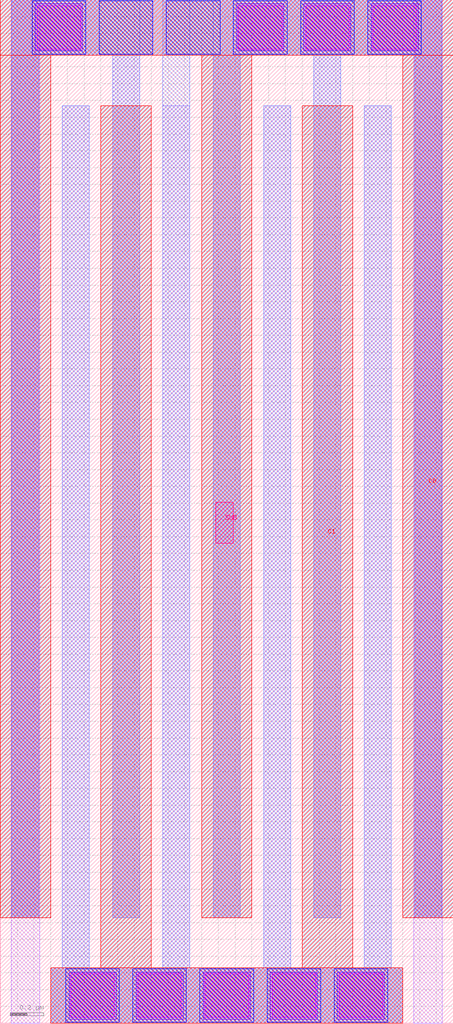
<source format=lef>
# Copyright 2020 The SkyWater PDK Authors
#
# Licensed under the Apache License, Version 2.0 (the "License");
# you may not use this file except in compliance with the License.
# You may obtain a copy of the License at
#
#     https://www.apache.org/licenses/LICENSE-2.0
#
# Unless required by applicable law or agreed to in writing, software
# distributed under the License is distributed on an "AS IS" BASIS,
# WITHOUT WARRANTIES OR CONDITIONS OF ANY KIND, either express or implied.
# See the License for the specific language governing permissions and
# limitations under the License.
#
# SPDX-License-Identifier: Apache-2.0

VERSION 5.7 ;
  NOWIREEXTENSIONATPIN ON ;
  DIVIDERCHAR "/" ;
  BUSBITCHARS "[]" ;
MACRO sky130_fd_pr__cap_vpp_02p7x06p1_m1m2m3m4_shieldl1_fingercap
  CLASS BLOCK ;
  FOREIGN sky130_fd_pr__cap_vpp_02p7x06p1_m1m2m3m4_shieldl1_fingercap ;
  ORIGIN  0.000000  0.000000 ;
  SIZE  2.700000 BY  6.100000 ;
  PIN C0
    PORT
      LAYER met4 ;
        RECT 0.000000 0.630000 0.300000 5.770000 ;
        RECT 0.000000 5.770000 2.700000 6.100000 ;
        RECT 1.200000 0.630000 1.500000 5.770000 ;
        RECT 2.400000 0.630000 2.700000 5.770000 ;
    END
  END C0
  PIN C1
    PORT
      LAYER met4 ;
        RECT 0.300000 0.000000 2.400000 0.330000 ;
        RECT 0.600000 0.330000 0.900000 5.470000 ;
        RECT 1.800000 0.330000 2.100000 5.470000 ;
    END
  END C1
  PIN SUB
    PORT
      LAYER pwell ;
        RECT 1.285000 2.860000 1.390000 3.105000 ;
    END
  END SUB
  OBS
    LAYER li1 ;
      RECT 0.065000 0.000000 0.235000 6.100000 ;
      RECT 2.465000 0.000000 2.635000 6.100000 ;
    LAYER met1 ;
      RECT 0.070000 0.630000 0.230000 5.770000 ;
      RECT 0.070000 5.770000 2.630000 6.100000 ;
      RECT 0.300000 0.000000 2.400000 0.330000 ;
      RECT 0.370000 0.330000 0.530000 5.470000 ;
      RECT 0.670000 0.630000 0.830000 5.770000 ;
      RECT 0.970000 0.330000 1.130000 5.470000 ;
      RECT 1.270000 0.630000 1.430000 5.770000 ;
      RECT 1.570000 0.330000 1.730000 5.470000 ;
      RECT 1.870000 0.630000 2.030000 5.770000 ;
      RECT 2.170000 0.330000 2.330000 5.470000 ;
      RECT 2.470000 0.630000 2.630000 5.770000 ;
    LAYER met2 ;
      RECT 0.070000 0.630000 0.230000 5.770000 ;
      RECT 0.070000 5.770000 0.830000 6.100000 ;
      RECT 0.300000 0.000000 2.400000 0.330000 ;
      RECT 0.370000 0.330000 0.530000 5.470000 ;
      RECT 0.670000 0.630000 0.830000 5.770000 ;
      RECT 0.970000 0.330000 1.130000 6.100000 ;
      RECT 1.270000 0.630000 1.430000 5.770000 ;
      RECT 1.270000 5.770000 2.630000 6.100000 ;
      RECT 1.570000 0.330000 1.730000 5.470000 ;
      RECT 1.870000 0.630000 2.030000 5.770000 ;
      RECT 2.170000 0.330000 2.330000 5.470000 ;
      RECT 2.470000 0.630000 2.630000 5.770000 ;
    LAYER met3 ;
      RECT 0.000000 0.630000 0.300000 5.770000 ;
      RECT 0.000000 5.770000 2.700000 6.100000 ;
      RECT 0.300000 0.000000 2.400000 0.330000 ;
      RECT 0.600000 0.330000 0.900000 5.470000 ;
      RECT 1.200000 0.630000 1.500000 5.770000 ;
      RECT 1.800000 0.330000 2.100000 5.470000 ;
      RECT 2.400000 0.630000 2.700000 5.770000 ;
    LAYER via ;
      RECT 0.220000 5.805000 0.480000 6.065000 ;
      RECT 0.420000 0.035000 0.680000 0.295000 ;
      RECT 0.820000 0.035000 1.080000 0.295000 ;
      RECT 1.220000 0.035000 1.480000 0.295000 ;
      RECT 1.420000 5.805000 1.680000 6.065000 ;
      RECT 1.620000 0.035000 1.880000 0.295000 ;
      RECT 1.820000 5.805000 2.080000 6.065000 ;
      RECT 2.020000 0.035000 2.280000 0.295000 ;
      RECT 2.220000 5.805000 2.480000 6.065000 ;
    LAYER via2 ;
      RECT 0.210000 5.795000 0.490000 6.075000 ;
      RECT 0.410000 0.025000 0.690000 0.305000 ;
      RECT 0.810000 0.025000 1.090000 0.305000 ;
      RECT 1.210000 0.025000 1.490000 0.305000 ;
      RECT 1.410000 5.795000 1.690000 6.075000 ;
      RECT 1.610000 0.025000 1.890000 0.305000 ;
      RECT 1.810000 5.795000 2.090000 6.075000 ;
      RECT 2.010000 0.025000 2.290000 0.305000 ;
      RECT 2.210000 5.795000 2.490000 6.075000 ;
    LAYER via3 ;
      RECT 0.190000 5.775000 0.510000 6.095000 ;
      RECT 0.390000 0.005000 0.710000 0.325000 ;
      RECT 0.590000 5.775000 0.910000 6.095000 ;
      RECT 0.790000 0.005000 1.110000 0.325000 ;
      RECT 0.990000 5.775000 1.310000 6.095000 ;
      RECT 1.190000 0.005000 1.510000 0.325000 ;
      RECT 1.390000 5.775000 1.710000 6.095000 ;
      RECT 1.590000 0.005000 1.910000 0.325000 ;
      RECT 1.790000 5.775000 2.110000 6.095000 ;
      RECT 1.990000 0.005000 2.310000 0.325000 ;
      RECT 2.190000 5.775000 2.510000 6.095000 ;
  END
END sky130_fd_pr__cap_vpp_02p7x06p1_m1m2m3m4_shieldl1_fingercap
END LIBRARY

</source>
